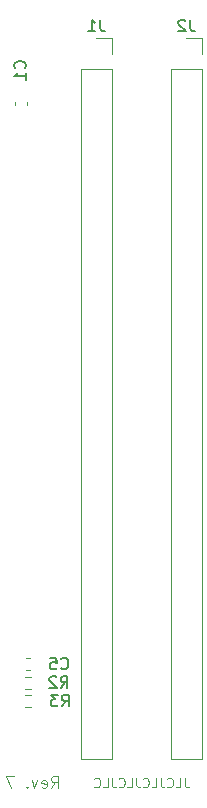
<source format=gbr>
G04 #@! TF.GenerationSoftware,KiCad,Pcbnew,8.0.4+dfsg-1*
G04 #@! TF.CreationDate,2025-02-28T19:43:57+09:00*
G04 #@! TF.ProjectId,bionic-f3850-dcdc,62696f6e-6963-42d6-9633-3835302d6463,7*
G04 #@! TF.SameCoordinates,Original*
G04 #@! TF.FileFunction,Legend,Bot*
G04 #@! TF.FilePolarity,Positive*
%FSLAX46Y46*%
G04 Gerber Fmt 4.6, Leading zero omitted, Abs format (unit mm)*
G04 Created by KiCad (PCBNEW 8.0.4+dfsg-1) date 2025-02-28 19:43:57*
%MOMM*%
%LPD*%
G01*
G04 APERTURE LIST*
%ADD10C,0.100000*%
%ADD11C,0.125000*%
%ADD12C,0.150000*%
%ADD13C,0.120000*%
G04 APERTURE END LIST*
D10*
X117395238Y-136406895D02*
X117395238Y-136978323D01*
X117395238Y-136978323D02*
X117433333Y-137092609D01*
X117433333Y-137092609D02*
X117509524Y-137168800D01*
X117509524Y-137168800D02*
X117623809Y-137206895D01*
X117623809Y-137206895D02*
X117700000Y-137206895D01*
X116633333Y-137206895D02*
X117014285Y-137206895D01*
X117014285Y-137206895D02*
X117014285Y-136406895D01*
X115909523Y-137130704D02*
X115947619Y-137168800D01*
X115947619Y-137168800D02*
X116061904Y-137206895D01*
X116061904Y-137206895D02*
X116138095Y-137206895D01*
X116138095Y-137206895D02*
X116252381Y-137168800D01*
X116252381Y-137168800D02*
X116328571Y-137092609D01*
X116328571Y-137092609D02*
X116366666Y-137016419D01*
X116366666Y-137016419D02*
X116404762Y-136864038D01*
X116404762Y-136864038D02*
X116404762Y-136749752D01*
X116404762Y-136749752D02*
X116366666Y-136597371D01*
X116366666Y-136597371D02*
X116328571Y-136521180D01*
X116328571Y-136521180D02*
X116252381Y-136444990D01*
X116252381Y-136444990D02*
X116138095Y-136406895D01*
X116138095Y-136406895D02*
X116061904Y-136406895D01*
X116061904Y-136406895D02*
X115947619Y-136444990D01*
X115947619Y-136444990D02*
X115909523Y-136483085D01*
X115338095Y-136406895D02*
X115338095Y-136978323D01*
X115338095Y-136978323D02*
X115376190Y-137092609D01*
X115376190Y-137092609D02*
X115452381Y-137168800D01*
X115452381Y-137168800D02*
X115566666Y-137206895D01*
X115566666Y-137206895D02*
X115642857Y-137206895D01*
X114576190Y-137206895D02*
X114957142Y-137206895D01*
X114957142Y-137206895D02*
X114957142Y-136406895D01*
X113852380Y-137130704D02*
X113890476Y-137168800D01*
X113890476Y-137168800D02*
X114004761Y-137206895D01*
X114004761Y-137206895D02*
X114080952Y-137206895D01*
X114080952Y-137206895D02*
X114195238Y-137168800D01*
X114195238Y-137168800D02*
X114271428Y-137092609D01*
X114271428Y-137092609D02*
X114309523Y-137016419D01*
X114309523Y-137016419D02*
X114347619Y-136864038D01*
X114347619Y-136864038D02*
X114347619Y-136749752D01*
X114347619Y-136749752D02*
X114309523Y-136597371D01*
X114309523Y-136597371D02*
X114271428Y-136521180D01*
X114271428Y-136521180D02*
X114195238Y-136444990D01*
X114195238Y-136444990D02*
X114080952Y-136406895D01*
X114080952Y-136406895D02*
X114004761Y-136406895D01*
X114004761Y-136406895D02*
X113890476Y-136444990D01*
X113890476Y-136444990D02*
X113852380Y-136483085D01*
X113280952Y-136406895D02*
X113280952Y-136978323D01*
X113280952Y-136978323D02*
X113319047Y-137092609D01*
X113319047Y-137092609D02*
X113395238Y-137168800D01*
X113395238Y-137168800D02*
X113509523Y-137206895D01*
X113509523Y-137206895D02*
X113585714Y-137206895D01*
X112519047Y-137206895D02*
X112899999Y-137206895D01*
X112899999Y-137206895D02*
X112899999Y-136406895D01*
X111795237Y-137130704D02*
X111833333Y-137168800D01*
X111833333Y-137168800D02*
X111947618Y-137206895D01*
X111947618Y-137206895D02*
X112023809Y-137206895D01*
X112023809Y-137206895D02*
X112138095Y-137168800D01*
X112138095Y-137168800D02*
X112214285Y-137092609D01*
X112214285Y-137092609D02*
X112252380Y-137016419D01*
X112252380Y-137016419D02*
X112290476Y-136864038D01*
X112290476Y-136864038D02*
X112290476Y-136749752D01*
X112290476Y-136749752D02*
X112252380Y-136597371D01*
X112252380Y-136597371D02*
X112214285Y-136521180D01*
X112214285Y-136521180D02*
X112138095Y-136444990D01*
X112138095Y-136444990D02*
X112023809Y-136406895D01*
X112023809Y-136406895D02*
X111947618Y-136406895D01*
X111947618Y-136406895D02*
X111833333Y-136444990D01*
X111833333Y-136444990D02*
X111795237Y-136483085D01*
X111223809Y-136406895D02*
X111223809Y-136978323D01*
X111223809Y-136978323D02*
X111261904Y-137092609D01*
X111261904Y-137092609D02*
X111338095Y-137168800D01*
X111338095Y-137168800D02*
X111452380Y-137206895D01*
X111452380Y-137206895D02*
X111528571Y-137206895D01*
X110461904Y-137206895D02*
X110842856Y-137206895D01*
X110842856Y-137206895D02*
X110842856Y-136406895D01*
X109738094Y-137130704D02*
X109776190Y-137168800D01*
X109776190Y-137168800D02*
X109890475Y-137206895D01*
X109890475Y-137206895D02*
X109966666Y-137206895D01*
X109966666Y-137206895D02*
X110080952Y-137168800D01*
X110080952Y-137168800D02*
X110157142Y-137092609D01*
X110157142Y-137092609D02*
X110195237Y-137016419D01*
X110195237Y-137016419D02*
X110233333Y-136864038D01*
X110233333Y-136864038D02*
X110233333Y-136749752D01*
X110233333Y-136749752D02*
X110195237Y-136597371D01*
X110195237Y-136597371D02*
X110157142Y-136521180D01*
X110157142Y-136521180D02*
X110080952Y-136444990D01*
X110080952Y-136444990D02*
X109966666Y-136406895D01*
X109966666Y-136406895D02*
X109890475Y-136406895D01*
X109890475Y-136406895D02*
X109776190Y-136444990D01*
X109776190Y-136444990D02*
X109738094Y-136483085D01*
D11*
X106077240Y-137258119D02*
X106410573Y-136781928D01*
X106648668Y-137258119D02*
X106648668Y-136258119D01*
X106648668Y-136258119D02*
X106267716Y-136258119D01*
X106267716Y-136258119D02*
X106172478Y-136305738D01*
X106172478Y-136305738D02*
X106124859Y-136353357D01*
X106124859Y-136353357D02*
X106077240Y-136448595D01*
X106077240Y-136448595D02*
X106077240Y-136591452D01*
X106077240Y-136591452D02*
X106124859Y-136686690D01*
X106124859Y-136686690D02*
X106172478Y-136734309D01*
X106172478Y-136734309D02*
X106267716Y-136781928D01*
X106267716Y-136781928D02*
X106648668Y-136781928D01*
X105267716Y-137210500D02*
X105362954Y-137258119D01*
X105362954Y-137258119D02*
X105553430Y-137258119D01*
X105553430Y-137258119D02*
X105648668Y-137210500D01*
X105648668Y-137210500D02*
X105696287Y-137115261D01*
X105696287Y-137115261D02*
X105696287Y-136734309D01*
X105696287Y-136734309D02*
X105648668Y-136639071D01*
X105648668Y-136639071D02*
X105553430Y-136591452D01*
X105553430Y-136591452D02*
X105362954Y-136591452D01*
X105362954Y-136591452D02*
X105267716Y-136639071D01*
X105267716Y-136639071D02*
X105220097Y-136734309D01*
X105220097Y-136734309D02*
X105220097Y-136829547D01*
X105220097Y-136829547D02*
X105696287Y-136924785D01*
X104886763Y-136591452D02*
X104648668Y-137258119D01*
X104648668Y-137258119D02*
X104410573Y-136591452D01*
X104029620Y-137162880D02*
X103982001Y-137210500D01*
X103982001Y-137210500D02*
X104029620Y-137258119D01*
X104029620Y-137258119D02*
X104077239Y-137210500D01*
X104077239Y-137210500D02*
X104029620Y-137162880D01*
X104029620Y-137162880D02*
X104029620Y-137258119D01*
X102886763Y-136258119D02*
X102220097Y-136258119D01*
X102220097Y-136258119D02*
X102648668Y-137258119D01*
D12*
X110223333Y-72204819D02*
X110223333Y-72919104D01*
X110223333Y-72919104D02*
X110270952Y-73061961D01*
X110270952Y-73061961D02*
X110366190Y-73157200D01*
X110366190Y-73157200D02*
X110509047Y-73204819D01*
X110509047Y-73204819D02*
X110604285Y-73204819D01*
X109223333Y-73204819D02*
X109794761Y-73204819D01*
X109509047Y-73204819D02*
X109509047Y-72204819D01*
X109509047Y-72204819D02*
X109604285Y-72347676D01*
X109604285Y-72347676D02*
X109699523Y-72442914D01*
X109699523Y-72442914D02*
X109794761Y-72490533D01*
X117843333Y-72204819D02*
X117843333Y-72919104D01*
X117843333Y-72919104D02*
X117890952Y-73061961D01*
X117890952Y-73061961D02*
X117986190Y-73157200D01*
X117986190Y-73157200D02*
X118129047Y-73204819D01*
X118129047Y-73204819D02*
X118224285Y-73204819D01*
X117414761Y-72300057D02*
X117367142Y-72252438D01*
X117367142Y-72252438D02*
X117271904Y-72204819D01*
X117271904Y-72204819D02*
X117033809Y-72204819D01*
X117033809Y-72204819D02*
X116938571Y-72252438D01*
X116938571Y-72252438D02*
X116890952Y-72300057D01*
X116890952Y-72300057D02*
X116843333Y-72395295D01*
X116843333Y-72395295D02*
X116843333Y-72490533D01*
X116843333Y-72490533D02*
X116890952Y-72633390D01*
X116890952Y-72633390D02*
X117462380Y-73204819D01*
X117462380Y-73204819D02*
X116843333Y-73204819D01*
X106978566Y-130350419D02*
X107311899Y-129874228D01*
X107549994Y-130350419D02*
X107549994Y-129350419D01*
X107549994Y-129350419D02*
X107169042Y-129350419D01*
X107169042Y-129350419D02*
X107073804Y-129398038D01*
X107073804Y-129398038D02*
X107026185Y-129445657D01*
X107026185Y-129445657D02*
X106978566Y-129540895D01*
X106978566Y-129540895D02*
X106978566Y-129683752D01*
X106978566Y-129683752D02*
X107026185Y-129778990D01*
X107026185Y-129778990D02*
X107073804Y-129826609D01*
X107073804Y-129826609D02*
X107169042Y-129874228D01*
X107169042Y-129874228D02*
X107549994Y-129874228D01*
X106645232Y-129350419D02*
X106026185Y-129350419D01*
X106026185Y-129350419D02*
X106359518Y-129731371D01*
X106359518Y-129731371D02*
X106216661Y-129731371D01*
X106216661Y-129731371D02*
X106121423Y-129778990D01*
X106121423Y-129778990D02*
X106073804Y-129826609D01*
X106073804Y-129826609D02*
X106026185Y-129921847D01*
X106026185Y-129921847D02*
X106026185Y-130159942D01*
X106026185Y-130159942D02*
X106073804Y-130255180D01*
X106073804Y-130255180D02*
X106121423Y-130302800D01*
X106121423Y-130302800D02*
X106216661Y-130350419D01*
X106216661Y-130350419D02*
X106502375Y-130350419D01*
X106502375Y-130350419D02*
X106597613Y-130302800D01*
X106597613Y-130302800D02*
X106645232Y-130255180D01*
X106905966Y-127128580D02*
X106953585Y-127176200D01*
X106953585Y-127176200D02*
X107096442Y-127223819D01*
X107096442Y-127223819D02*
X107191680Y-127223819D01*
X107191680Y-127223819D02*
X107334537Y-127176200D01*
X107334537Y-127176200D02*
X107429775Y-127080961D01*
X107429775Y-127080961D02*
X107477394Y-126985723D01*
X107477394Y-126985723D02*
X107525013Y-126795247D01*
X107525013Y-126795247D02*
X107525013Y-126652390D01*
X107525013Y-126652390D02*
X107477394Y-126461914D01*
X107477394Y-126461914D02*
X107429775Y-126366676D01*
X107429775Y-126366676D02*
X107334537Y-126271438D01*
X107334537Y-126271438D02*
X107191680Y-126223819D01*
X107191680Y-126223819D02*
X107096442Y-126223819D01*
X107096442Y-126223819D02*
X106953585Y-126271438D01*
X106953585Y-126271438D02*
X106905966Y-126319057D01*
X106001204Y-126223819D02*
X106477394Y-126223819D01*
X106477394Y-126223819D02*
X106525013Y-126700009D01*
X106525013Y-126700009D02*
X106477394Y-126652390D01*
X106477394Y-126652390D02*
X106382156Y-126604771D01*
X106382156Y-126604771D02*
X106144061Y-126604771D01*
X106144061Y-126604771D02*
X106048823Y-126652390D01*
X106048823Y-126652390D02*
X106001204Y-126700009D01*
X106001204Y-126700009D02*
X105953585Y-126795247D01*
X105953585Y-126795247D02*
X105953585Y-127033342D01*
X105953585Y-127033342D02*
X106001204Y-127128580D01*
X106001204Y-127128580D02*
X106048823Y-127176200D01*
X106048823Y-127176200D02*
X106144061Y-127223819D01*
X106144061Y-127223819D02*
X106382156Y-127223819D01*
X106382156Y-127223819D02*
X106477394Y-127176200D01*
X106477394Y-127176200D02*
X106525013Y-127128580D01*
X103848780Y-76335733D02*
X103896400Y-76288114D01*
X103896400Y-76288114D02*
X103944019Y-76145257D01*
X103944019Y-76145257D02*
X103944019Y-76050019D01*
X103944019Y-76050019D02*
X103896400Y-75907162D01*
X103896400Y-75907162D02*
X103801161Y-75811924D01*
X103801161Y-75811924D02*
X103705923Y-75764305D01*
X103705923Y-75764305D02*
X103515447Y-75716686D01*
X103515447Y-75716686D02*
X103372590Y-75716686D01*
X103372590Y-75716686D02*
X103182114Y-75764305D01*
X103182114Y-75764305D02*
X103086876Y-75811924D01*
X103086876Y-75811924D02*
X102991638Y-75907162D01*
X102991638Y-75907162D02*
X102944019Y-76050019D01*
X102944019Y-76050019D02*
X102944019Y-76145257D01*
X102944019Y-76145257D02*
X102991638Y-76288114D01*
X102991638Y-76288114D02*
X103039257Y-76335733D01*
X103944019Y-77288114D02*
X103944019Y-76716686D01*
X103944019Y-77002400D02*
X102944019Y-77002400D01*
X102944019Y-77002400D02*
X103086876Y-76907162D01*
X103086876Y-76907162D02*
X103182114Y-76811924D01*
X103182114Y-76811924D02*
X103229733Y-76716686D01*
X106880566Y-128798619D02*
X107213899Y-128322428D01*
X107451994Y-128798619D02*
X107451994Y-127798619D01*
X107451994Y-127798619D02*
X107071042Y-127798619D01*
X107071042Y-127798619D02*
X106975804Y-127846238D01*
X106975804Y-127846238D02*
X106928185Y-127893857D01*
X106928185Y-127893857D02*
X106880566Y-127989095D01*
X106880566Y-127989095D02*
X106880566Y-128131952D01*
X106880566Y-128131952D02*
X106928185Y-128227190D01*
X106928185Y-128227190D02*
X106975804Y-128274809D01*
X106975804Y-128274809D02*
X107071042Y-128322428D01*
X107071042Y-128322428D02*
X107451994Y-128322428D01*
X106499613Y-127893857D02*
X106451994Y-127846238D01*
X106451994Y-127846238D02*
X106356756Y-127798619D01*
X106356756Y-127798619D02*
X106118661Y-127798619D01*
X106118661Y-127798619D02*
X106023423Y-127846238D01*
X106023423Y-127846238D02*
X105975804Y-127893857D01*
X105975804Y-127893857D02*
X105928185Y-127989095D01*
X105928185Y-127989095D02*
X105928185Y-128084333D01*
X105928185Y-128084333D02*
X105975804Y-128227190D01*
X105975804Y-128227190D02*
X106547232Y-128798619D01*
X106547232Y-128798619D02*
X105928185Y-128798619D01*
D13*
X109890000Y-73750000D02*
X111220000Y-73750000D01*
X111220000Y-73750000D02*
X111220000Y-75080000D01*
X111220000Y-134830000D02*
X111220000Y-76350000D01*
X108560000Y-76350000D02*
X111220000Y-76350000D01*
X108560000Y-134830000D02*
X111220000Y-134830000D01*
X108560000Y-134830000D02*
X108560000Y-76350000D01*
X117510000Y-73750000D02*
X118840000Y-73750000D01*
X118840000Y-73750000D02*
X118840000Y-75080000D01*
X118840000Y-134830000D02*
X118840000Y-76350000D01*
X116180000Y-76350000D02*
X118840000Y-76350000D01*
X116180000Y-134830000D02*
X118840000Y-134830000D01*
X116180000Y-134830000D02*
X116180000Y-76350000D01*
X104352424Y-129396100D02*
X103842976Y-129396100D01*
X104352424Y-130441100D02*
X103842976Y-130441100D01*
X103952533Y-126259000D02*
X104245067Y-126259000D01*
X103952533Y-127279000D02*
X104245067Y-127279000D01*
X102979200Y-79150133D02*
X102979200Y-79442667D01*
X103999200Y-79150133D02*
X103999200Y-79442667D01*
X103846576Y-127823500D02*
X104356024Y-127823500D01*
X103846576Y-128868500D02*
X104356024Y-128868500D01*
M02*

</source>
